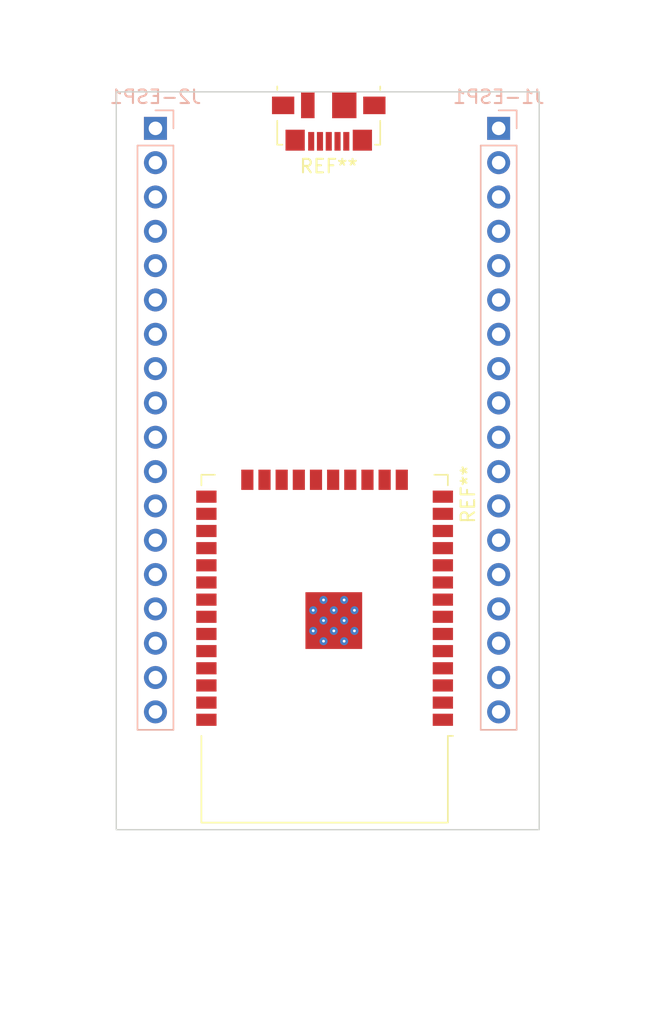
<source format=kicad_pcb>
(kicad_pcb (version 20221018) (generator pcbnew)
  (layers (0 "F.Cu" signal) (31 "B.Cu" signal) (34 "B.Paste" user) (35 "F.Paste" user) (36 "B.SilkS" user "B.Silkscreen") (37 "F.SilkS" user "F.Silkscreen") (38 "B.Mask" user) (39 "F.Mask" user) (44 "Edge.Cuts" user))
  (net 0 "")
  (net 1 "VINesp")
  (net 2 "GNDesp")
  (net 3 "CMDesp")
  (net 4 "SD3esp")
  (net 5 "SD2esp")
  (net 6 "D13esp")
  (net 7 "D12esp")
  (net 8 "D14esp")
  (net 9 "D27esp")
  (net 10 "D26esp")
  (net 11 "D25esp")
  (net 12 "D33esp")
  (net 13 "D32esp")
  (net 14 "D35esp")
  (net 15 "D34esp")
  (net 16 "VNesp")
  (net 17 "VPesp")
  (net 18 "ENesp")
  (net 19 "3.3Vesp")
  (net 20 "CLKesp")
  (net 21 "SD0esp")
  (net 22 "SD1esp")
  (net 23 "D0esp")
  (net 24 "D15esp")
  (net 25 "D2esp")
  (net 26 "D4esp")
  (net 27 "RX2esp")
  (net 28 "TX2esp")
  (net 29 "D5esp")
  (net 30 "D18esp")
  (net 31 "D19esp")
  (net 32 "D21esp")
  (net 33 "RX0esp")
  (net 34 "TX0esp")
  (net 35 "D22esp")
  (net 36 "D23esp")
  (footprint "RF_Module:ESP32-WROOM-32" (layer "F.Cu") (at 142.52 95.315 180)
    (fp_text reference "REF**" (at -10.61 8.43 90) (layer "F.SilkS"))
    (fp_text value "ESP32-WROOM-32")
    (fp_line (start -9.12 -15.86) (end -9.12 -9.445) (stroke (width 0.12)) (layer "F.SilkS"))
    (fp_line (start -9.12 -15.86) (end 9.12 -15.86) (stroke (width 0.12)) (layer "F.SilkS"))
    (fp_line (start -9.12 -9.445) (end -9.5 -9.445) (stroke (width 0.12)) (layer "F.SilkS"))
    (fp_line (start -9.12 9.1) (end -9.12 9.88) (stroke (width 0.12)) (layer "F.SilkS"))
    (fp_line (start -9.12 9.88) (end -8.12 9.88) (stroke (width 0.12)) (layer "F.SilkS"))
    (fp_line (start 9.12 -15.86) (end 9.12 -9.445) (stroke (width 0.12)) (layer "F.SilkS"))
    (fp_line (start 9.12 9.1) (end 9.12 9.88) (stroke (width 0.12)) (layer "F.SilkS"))
    (fp_line (start 9.12 9.88) (end 8.12 9.88) (stroke (width 0.12)) (layer "F.SilkS"))
    (pad "1" smd rect (at -8.75 -8.25 180) (size 1.5 0.9) (layers "F.Cu" "F.Paste" "F.Mask"))
    (pad "2" smd rect (at -8.75 -6.98 180) (size 1.5 0.9) (layers "F.Cu" "F.Paste" "F.Mask"))
    (pad "3" smd rect (at -8.75 -5.71 180) (size 1.5 0.9) (layers "F.Cu" "F.Paste" "F.Mask"))
    (pad "4" smd rect (at -8.75 -4.44 180) (size 1.5 0.9) (layers "F.Cu" "F.Paste" "F.Mask"))
    (pad "5" smd rect (at -8.75 -3.17 180) (size 1.5 0.9) (layers "F.Cu" "F.Paste" "F.Mask"))
    (pad "6" smd rect (at -8.75 -1.9 180) (size 1.5 0.9) (layers "F.Cu" "F.Paste" "F.Mask"))
    (pad "7" smd rect (at -8.75 -0.63 180) (size 1.5 0.9) (layers "F.Cu" "F.Paste" "F.Mask"))
    (pad "8" smd rect (at -8.75 0.64 180) (size 1.5 0.9) (layers "F.Cu" "F.Paste" "F.Mask"))
    (pad "9" smd rect (at -8.75 1.91 180) (size 1.5 0.9) (layers "F.Cu" "F.Paste" "F.Mask"))
    (pad "10" smd rect (at -8.75 3.18 180) (size 1.5 0.9) (layers "F.Cu" "F.Paste" "F.Mask"))
    (pad "11" smd rect (at -8.75 4.45 180) (size 1.5 0.9) (layers "F.Cu" "F.Paste" "F.Mask"))
    (pad "12" smd rect (at -8.75 5.72 180) (size 1.5 0.9) (layers "F.Cu" "F.Paste" "F.Mask"))
    (pad "13" smd rect (at -8.75 6.99 180) (size 1.5 0.9) (layers "F.Cu" "F.Paste" "F.Mask"))
    (pad "14" smd rect (at -8.75 8.26 180) (size 1.5 0.9) (layers "F.Cu" "F.Paste" "F.Mask"))
    (pad "15" smd rect (at -5.71 9.51 270) (size 1.5 0.9) (layers "F.Cu" "F.Paste" "F.Mask"))
    (pad "16" smd rect (at -4.44 9.51 270) (size 1.5 0.9) (layers "F.Cu" "F.Paste" "F.Mask"))
    (pad "17" smd rect (at -3.17 9.51 270) (size 1.5 0.9) (layers "F.Cu" "F.Paste" "F.Mask"))
    (pad "18" smd rect (at -1.9 9.51 270) (size 1.5 0.9) (layers "F.Cu" "F.Paste" "F.Mask"))
    (pad "19" smd rect (at -0.63 9.51 270) (size 1.5 0.9) (layers "F.Cu" "F.Paste" "F.Mask"))
    (pad "20" smd rect (at 0.64 9.51 270) (size 1.5 0.9) (layers "F.Cu" "F.Paste" "F.Mask"))
    (pad "21" smd rect (at 1.91 9.51 270) (size 1.5 0.9) (layers "F.Cu" "F.Paste" "F.Mask"))
    (pad "22" smd rect (at 3.18 9.51 270) (size 1.5 0.9) (layers "F.Cu" "F.Paste" "F.Mask"))
    (pad "23" smd rect (at 4.45 9.51 270) (size 1.5 0.9) (layers "F.Cu" "F.Paste" "F.Mask"))
    (pad "24" smd rect (at 5.72 9.51 270) (size 1.5 0.9) (layers "F.Cu" "F.Paste" "F.Mask"))
    (pad "25" smd rect (at 8.75 8.26 180) (size 1.5 0.9) (layers "F.Cu" "F.Paste" "F.Mask"))
    (pad "26" smd rect (at 8.75 6.99 180) (size 1.5 0.9) (layers "F.Cu" "F.Paste" "F.Mask"))
    (pad "27" smd rect (at 8.75 5.72 180) (size 1.5 0.9) (layers "F.Cu" "F.Paste" "F.Mask"))
    (pad "28" smd rect (at 8.75 4.45 180) (size 1.5 0.9) (layers "F.Cu" "F.Paste" "F.Mask"))
    (pad "29" smd rect (at 8.75 3.18 180) (size 1.5 0.9) (layers "F.Cu" "F.Paste" "F.Mask"))
    (pad "30" smd rect (at 8.75 1.91 180) (size 1.5 0.9) (layers "F.Cu" "F.Paste" "F.Mask"))
    (pad "31" smd rect (at 8.75 0.64 180) (size 1.5 0.9) (layers "F.Cu" "F.Paste" "F.Mask"))
    (pad "32" smd rect (at 8.75 -0.63 180) (size 1.5 0.9) (layers "F.Cu" "F.Paste" "F.Mask"))
    (pad "33" smd rect (at 8.75 -1.9 180) (size 1.5 0.9) (layers "F.Cu" "F.Paste" "F.Mask"))
    (pad "34" smd rect (at 8.75 -3.17 180) (size 1.5 0.9) (layers "F.Cu" "F.Paste" "F.Mask"))
    (pad "35" smd rect (at 8.75 -4.44 180) (size 1.5 0.9) (layers "F.Cu" "F.Paste" "F.Mask"))
    (pad "36" smd rect (at 8.75 -5.71 180) (size 1.5 0.9) (layers "F.Cu" "F.Paste" "F.Mask"))
    (pad "37" smd rect (at 8.75 -6.98 180) (size 1.5 0.9) (layers "F.Cu" "F.Paste" "F.Mask"))
    (pad "38" smd rect (at 8.75 -8.25 180) (size 1.5 0.9) (layers "F.Cu" "F.Paste" "F.Mask"))
    (pad "39" smd rect (at -2.205 -2.435 180) (size 1.05 1.05) (layers "F.Cu" "F.Paste"))
    (pad "39" thru_hole circle (at -2.205 -1.6725 180) (size 0.6 0.6) (drill 0.2) (property pad_prop_heatsink) (layers "*.Cu" "F.Mask"))
    (pad "39" smd rect (at -2.205 -0.91 180) (size 1.05 1.05) (layers "F.Cu" "F.Paste"))
    (pad "39" thru_hole circle (at -2.205 -0.1475 180) (size 0.6 0.6) (drill 0.2) (property pad_prop_heatsink) (layers "*.Cu" "F.Mask"))
    (pad "39" smd rect (at -2.205 0.615 180) (size 1.05 1.05) (layers "F.Cu" "F.Paste"))
    (pad "39" thru_hole circle (at -1.4425 -2.435 180) (size 0.6 0.6) (drill 0.2) (property pad_prop_heatsink) (layers "*.Cu" "F.Mask"))
    (pad "39" thru_hole circle (at -1.4425 -0.91 180) (size 0.6 0.6) (drill 0.2) (property pad_prop_heatsink) (layers "*.Cu" "F.Mask"))
    (pad "39" thru_hole circle (at -1.4425 0.615 180) (size 0.6 0.6) (drill 0.2) (property pad_prop_heatsink) (layers "*.Cu" "F.Mask"))
    (pad "39" smd rect (at -0.68 -2.435 180) (size 1.05 1.05) (layers "F.Cu" "F.Paste"))
    (pad "39" thru_hole circle (at -0.68 -1.6725 180) (size 0.6 0.6) (drill 0.2) (property pad_prop_heatsink) (layers "*.Cu" "F.Mask"))
    (pad "39" smd rect (at -0.68 -0.91 180) (size 1.05 1.05) (layers "F.Cu" "F.Paste"))
    (pad "39" smd rect (at -0.68 -0.91 180) (size 4.2 4.2) (layers "F.Cu" "F.Mask"))
    (pad "39" thru_hole circle (at -0.68 -0.1475 180) (size 0.6 0.6) (drill 0.2) (property pad_prop_heatsink) (layers "*.Cu" "F.Mask"))
    (pad "39" smd rect (at -0.68 0.615 180) (size 1.05 1.05) (layers "F.Cu" "F.Paste"))
    (pad "39" thru_hole circle (at 0.0825 -2.435 180) (size 0.6 0.6) (drill 0.2) (property pad_prop_heatsink) (layers "*.Cu" "F.Mask"))
    (pad "39" thru_hole circle (at 0.0825 -0.91 180) (size 0.6 0.6) (drill 0.2) (property pad_prop_heatsink) (layers "*.Cu" "F.Mask"))
    (pad "39" thru_hole circle (at 0.0825 0.615 180) (size 0.6 0.6) (drill 0.2) (property pad_prop_heatsink) (layers "*.Cu" "F.Mask"))
    (pad "39" smd rect (at 0.845 -2.435 180) (size 1.05 1.05) (layers "F.Cu" "F.Paste"))
    (pad "39" thru_hole circle (at 0.845 -1.6725 180) (size 0.6 0.6) (drill 0.2) (property pad_prop_heatsink) (layers "*.Cu" "F.Mask"))
    (pad "39" smd rect (at 0.845 -0.91 180) (size 1.05 1.05) (layers "F.Cu" "F.Paste"))
    (pad "39" thru_hole circle (at 0.845 -0.1475 180) (size 0.6 0.6) (drill 0.2) (property pad_prop_heatsink) (layers "*.Cu" "F.Mask"))
    (pad "39" smd rect (at 0.845 0.615 180) (size 1.05 1.05) (layers "F.Cu" "F.Paste"))
  )
  (footprint "Connector_USB:USB_Micro-B_Molex_47346-0001" (layer "F.Cu") (at 142.825 59.3 180)
    (fp_text reference "REF**" (at 0 -3.3) (layer "F.SilkS"))
    (fp_text value "USB_Micro-B_Molex_47346-0001" hide)
    (fp_line (start -3.81 -1.71) (end -3.43 -1.71) (stroke (width 0.12)) (layer "F.SilkS"))
    (fp_line (start -3.81 0.06) (end -3.81 -1.71) (stroke (width 0.12)) (layer "F.SilkS"))
    (fp_line (start -3.81 2.6) (end -3.81 2.34) (stroke (width 0.12)) (layer "F.SilkS"))
    (fp_line (start 3.81 -1.71) (end 3.43 -1.71) (stroke (width 0.12)) (layer "F.SilkS"))
    (fp_line (start 3.81 -1.71) (end 3.81 0.06) (stroke (width 0.12)) (layer "F.SilkS"))
    (fp_line (start 3.81 2.34) (end 3.81 2.6) (stroke (width 0.12)) (layer "F.SilkS"))
    (pad "1" smd rect (at -1.3 -1.46 180) (size 0.45 1.38) (layers "F.Cu" "F.Paste" "F.Mask"))
    (pad "2" smd rect (at -0.65 -1.46 180) (size 0.45 1.38) (layers "F.Cu" "F.Paste" "F.Mask"))
    (pad "3" smd rect (at 0 -1.46 180) (size 0.45 1.38) (layers "F.Cu" "F.Paste" "F.Mask"))
    (pad "4" smd rect (at 0.65 -1.46 180) (size 0.45 1.38) (layers "F.Cu" "F.Paste" "F.Mask"))
    (pad "5" smd rect (at 1.3 -1.46 180) (size 0.45 1.38) (layers "F.Cu" "F.Paste" "F.Mask"))
    (pad "6" smd rect (at -3.375 1.2 180) (size 1.65 1.3) (layers "F.Cu" "F.Paste" "F.Mask"))
    (pad "6" smd rect (at -2.4875 -1.375 180) (size 1.425 1.55) (layers "F.Cu" "F.Paste" "F.Mask"))
    (pad "6" smd rect (at -1.15 1.2 180) (size 1.8 1.9) (layers "F.Cu" "F.Paste" "F.Mask"))
    (pad "6" smd rect (at 1.55 1.2 180) (size 1 1.9) (layers "F.Cu" "F.Paste" "F.Mask"))
    (pad "6" smd rect (at 2.4875 -1.375 180) (size 1.425 1.55) (layers "F.Cu" "F.Paste" "F.Mask"))
    (pad "6" smd rect (at 3.375 1.2 180) (size 1.65 1.3) (layers "F.Cu" "F.Paste" "F.Mask"))
  )
  (footprint "Connector_PinHeader_2.54mm:PinHeader_1x18_P2.54mm_Vertical" (layer "B.Cu") (at 155.4 59.8 180)
    (fp_text reference "J1-ESP1" (at 0 2.33) (layer "B.SilkS") (effects (justify mirror)))
    (fp_text value "Conn_01x18_Socket")
    (fp_line (start -1.33 -44.51) (end 1.33 -44.51) (stroke (width 0.12)) (layer "B.SilkS"))
    (fp_line (start -1.33 -1.27) (end -1.33 -44.51) (stroke (width 0.12)) (layer "B.SilkS"))
    (fp_line (start -1.33 -1.27) (end 1.33 -1.27) (stroke (width 0.12)) (layer "B.SilkS"))
    (fp_line (start -1.33 0) (end -1.33 1.33) (stroke (width 0.12)) (layer "B.SilkS"))
    (fp_line (start -1.33 1.33) (end 0 1.33) (stroke (width 0.12)) (layer "B.SilkS"))
    (fp_line (start 1.33 -1.27) (end 1.33 -44.51) (stroke (width 0.12)) (layer "B.SilkS"))
    (pad "1" thru_hole rect (at 0 0 180) (size 1.7 1.7) (drill 1) (layers "*.Cu" "*.Mask") (net 1 "VINesp"))
    (pad "2" thru_hole oval (at 0 -2.54 180) (size 1.7 1.7) (drill 1) (layers "*.Cu" "*.Mask") (net 2 "GNDesp"))
    (pad "3" thru_hole oval (at 0 -5.08 180) (size 1.7 1.7) (drill 1) (layers "*.Cu" "*.Mask") (net 3 "CMDesp"))
    (pad "4" thru_hole oval (at 0 -7.62 180) (size 1.7 1.7) (drill 1) (layers "*.Cu" "*.Mask") (net 4 "SD3esp"))
    (pad "5" thru_hole oval (at 0 -10.16 180) (size 1.7 1.7) (drill 1) (layers "*.Cu" "*.Mask") (net 5 "SD2esp"))
    (pad "6" thru_hole oval (at 0 -12.7 180) (size 1.7 1.7) (drill 1) (layers "*.Cu" "*.Mask") (net 6 "D13esp"))
    (pad "7" thru_hole oval (at 0 -15.24 180) (size 1.7 1.7) (drill 1) (layers "*.Cu" "*.Mask") (net 7 "D12esp"))
    (pad "8" thru_hole oval (at 0 -17.78 180) (size 1.7 1.7) (drill 1) (layers "*.Cu" "*.Mask") (net 8 "D14esp"))
    (pad "9" thru_hole oval (at 0 -20.32 180) (size 1.7 1.7) (drill 1) (layers "*.Cu" "*.Mask") (net 9 "D27esp"))
    (pad "10" thru_hole oval (at 0 -22.86 180) (size 1.7 1.7) (drill 1) (layers "*.Cu" "*.Mask") (net 10 "D26esp"))
    (pad "11" thru_hole oval (at 0 -25.4 180) (size 1.7 1.7) (drill 1) (layers "*.Cu" "*.Mask") (net 11 "D25esp"))
    (pad "12" thru_hole oval (at 0 -27.94 180) (size 1.7 1.7) (drill 1) (layers "*.Cu" "*.Mask") (net 12 "D33esp"))
    (pad "13" thru_hole oval (at 0 -30.48 180) (size 1.7 1.7) (drill 1) (layers "*.Cu" "*.Mask") (net 13 "D32esp"))
    (pad "14" thru_hole oval (at 0 -33.02 180) (size 1.7 1.7) (drill 1) (layers "*.Cu" "*.Mask") (net 14 "D35esp"))
    (pad "15" thru_hole oval (at 0 -35.56 180) (size 1.7 1.7) (drill 1) (layers "*.Cu" "*.Mask") (net 15 "D34esp"))
    (pad "16" thru_hole oval (at 0 -38.1 180) (size 1.7 1.7) (drill 1) (layers "*.Cu" "*.Mask") (net 16 "VNesp"))
    (pad "17" thru_hole oval (at 0 -40.64 180) (size 1.7 1.7) (drill 1) (layers "*.Cu" "*.Mask") (net 17 "VPesp"))
    (pad "18" thru_hole oval (at 0 -43.18 180) (size 1.7 1.7) (drill 1) (layers "*.Cu" "*.Mask") (net 18 "ENesp"))
  )
  (footprint "Connector_PinHeader_2.54mm:PinHeader_1x18_P2.54mm_Vertical" (layer "B.Cu") (at 130 59.8 180)
    (fp_text reference "J2-ESP1" (at 0 2.33) (layer "B.SilkS") (effects (justify mirror)))
    (fp_text value "Conn_01x18_Socket")
    (fp_line (start -1.33 -44.51) (end 1.33 -44.51) (stroke (width 0.12)) (layer "B.SilkS"))
    (fp_line (start -1.33 -1.27) (end -1.33 -44.51) (stroke (width 0.12)) (layer "B.SilkS"))
    (fp_line (start -1.33 -1.27) (end 1.33 -1.27) (stroke (width 0.12)) (layer "B.SilkS"))
    (fp_line (start -1.33 0) (end -1.33 1.33) (stroke (width 0.12)) (layer "B.SilkS"))
    (fp_line (start -1.33 1.33) (end 0 1.33) (stroke (width 0.12)) (layer "B.SilkS"))
    (fp_line (start 1.33 -1.27) (end 1.33 -44.51) (stroke (width 0.12)) (layer "B.SilkS"))
    (pad "1" thru_hole rect (at 0 0 180) (size 1.7 1.7) (drill 1) (layers "*.Cu" "*.Mask") (net 19 "3.3Vesp"))
    (pad "2" thru_hole oval (at 0 -2.54 180) (size 1.7 1.7) (drill 1) (layers "*.Cu" "*.Mask") (net 20 "CLKesp"))
    (pad "3" thru_hole oval (at 0 -5.08 180) (size 1.7 1.7) (drill 1) (layers "*.Cu" "*.Mask") (net 21 "SD0esp"))
    (pad "4" thru_hole oval (at 0 -7.62 180) (size 1.7 1.7) (drill 1) (layers "*.Cu" "*.Mask") (net 22 "SD1esp"))
    (pad "5" thru_hole oval (at 0 -10.16 180) (size 1.7 1.7) (drill 1) (layers "*.Cu" "*.Mask") (net 23 "D0esp"))
    (pad "6" thru_hole oval (at 0 -12.7 180) (size 1.7 1.7) (drill 1) (layers "*.Cu" "*.Mask") (net 24 "D15esp"))
    (pad "7" thru_hole oval (at 0 -15.24 180) (size 1.7 1.7) (drill 1) (layers "*.Cu" "*.Mask") (net 25 "D2esp"))
    (pad "8" thru_hole oval (at 0 -17.78 180) (size 1.7 1.7) (drill 1) (layers "*.Cu" "*.Mask") (net 26 "D4esp"))
    (pad "9" thru_hole oval (at 0 -20.32 180) (size 1.7 1.7) (drill 1) (layers "*.Cu" "*.Mask") (net 27 "RX2esp"))
    (pad "10" thru_hole oval (at 0 -22.86 180) (size 1.7 1.7) (drill 1) (layers "*.Cu" "*.Mask") (net 28 "TX2esp"))
    (pad "11" thru_hole oval (at 0 -25.4 180) (size 1.7 1.7) (drill 1) (layers "*.Cu" "*.Mask") (net 29 "D5esp"))
    (pad "12" thru_hole oval (at 0 -27.94 180) (size 1.7 1.7) (drill 1) (layers "*.Cu" "*.Mask") (net 30 "D18esp"))
    (pad "13" thru_hole oval (at 0 -30.48 180) (size 1.7 1.7) (drill 1) (layers "*.Cu" "*.Mask") (net 31 "D19esp"))
    (pad "14" thru_hole oval (at 0 -33.02 180) (size 1.7 1.7) (drill 1) (layers "*.Cu" "*.Mask") (net 32 "D21esp"))
    (pad "15" thru_hole oval (at 0 -35.56 180) (size 1.7 1.7) (drill 1) (layers "*.Cu" "*.Mask") (net 33 "RX0esp"))
    (pad "16" thru_hole oval (at 0 -38.1 180) (size 1.7 1.7) (drill 1) (layers "*.Cu" "*.Mask") (net 34 "TX0esp"))
    (pad "17" thru_hole oval (at 0 -40.64 180) (size 1.7 1.7) (drill 1) (layers "*.Cu" "*.Mask") (net 35 "D22esp"))
    (pad "18" thru_hole oval (at 0 -43.18 180) (size 1.7 1.7) (drill 1) (layers "*.Cu" "*.Mask") (net 36 "D23esp"))
  )
  (gr_rect (start 127.1 57.1) (end 158.4 111.7) (stroke (width 0.1)) (fill none) (layer "Edge.Cuts"))
)
</source>
